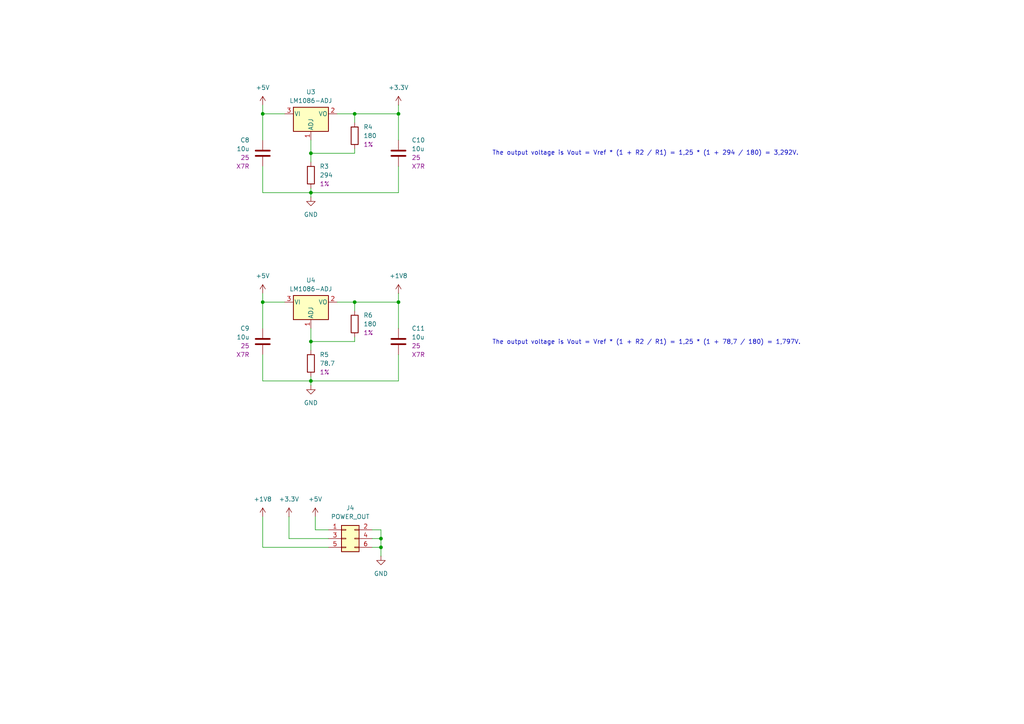
<source format=kicad_sch>
(kicad_sch (version 20250114) (generator "eeschema") (generator_version "9.0")
  (paper "A4")
  (title_block (title "Power supplies") (date "2025-09-02") (rev "1.0") (company "(C) Adrien RICCIARDI"))
  (lib_symbols
    (symbol "Connector_Generic:Conn_02x03_Odd_Even" (pin_names (offset 1.016) (hide yes))
      (property "Reference" "J" (at 1.27 5.08 0))
      (property "Value" "Conn_02x03_Odd_Even" (at 1.27 -5.08 0))
      (symbol "Conn_02x03_Odd_Even_1_1"
        (rectangle (start -1.27 3.81) (end 3.81 -3.81) (stroke (width 0.254)) (fill (type background)))
        (rectangle (start -1.27 2.667) (end 0 2.413) (stroke (width 0.1524)))
        (rectangle (start -1.27 0.127) (end 0 -0.127) (stroke (width 0.1524)))
        (rectangle (start -1.27 -2.413) (end 0 -2.667) (stroke (width 0.1524)))
        (rectangle (start 3.81 2.667) (end 2.54 2.413) (stroke (width 0.1524)))
        (rectangle (start 3.81 0.127) (end 2.54 -0.127) (stroke (width 0.1524)))
        (rectangle (start 3.81 -2.413) (end 2.54 -2.667) (stroke (width 0.1524)))
        (pin passive line (at -5.08 2.54 0) (length 3.81) (name "Pin_1") (number "1"))
        (pin passive line (at -5.08 0 0) (length 3.81) (name "Pin_3") (number "3"))
        (pin passive line (at -5.08 -2.54 0) (length 3.81) (name "Pin_5") (number "5"))
        (pin passive line (at 7.62 2.54 180) (length 3.81) (name "Pin_2") (number "2"))
        (pin passive line (at 7.62 0 180) (length 3.81) (name "Pin_4") (number "4"))
        (pin passive line (at 7.62 -2.54 180) (length 3.81) (name "Pin_6") (number "6"))
      )
    )
    (symbol "Device:C" (pin_numbers (hide yes)) (pin_names (offset 0.254))
      (property "Reference" "C" (at 0.635 2.54 0))
      (property "Value" "C" (at 0.635 -2.54 0))
      (symbol "C_0_1"
        (polyline (pts (xy -2.032 0.762) (xy 2.032 0.762)) (stroke (width 0.508)))
        (polyline (pts (xy -2.032 -0.762) (xy 2.032 -0.762)) (stroke (width 0.508)))
      )
      (symbol "C_1_1"
        (pin passive line (at 0 3.81 270) (length 2.794) (name "~") (number "1"))
        (pin passive line (at 0 -3.81 90) (length 2.794) (name "~") (number "2"))
      )
    )
    (symbol "Device:R" (pin_numbers (hide yes)) (pin_names (offset 0))
      (property "Reference" "R" (at 2.032 0 90))
      (property "Value" "R" (at 0 0 90))
      (symbol "R_0_1"
        (rectangle (start -1.016 -2.54) (end 1.016 2.54) (stroke (width 0.254)))
      )
      (symbol "R_1_1"
        (pin passive line (at 0 3.81 270) (length 1.27) (name "~") (number "1"))
        (pin passive line (at 0 -3.81 90) (length 1.27) (name "~") (number "2"))
      )
    )
    (symbol "Regulator_Linear:LM1085-ADJ" (pin_names (offset 0.254))
      (property "Reference" "U" (at -3.81 3.175 0))
      (property "Value" "LM1085-ADJ" (at 0 3.175 0))
      (symbol "LM1085-ADJ_0_1"
        (rectangle (start -5.08 1.905) (end 5.08 -5.08) (stroke (width 0.254)) (fill (type background)))
      )
      (symbol "LM1085-ADJ_1_1"
        (pin power_in line (at -7.62 0 0) (length 2.54) (name "VI") (number "3"))
        (pin input line (at 0 -7.62 90) (length 2.54) (name "ADJ") (number "1"))
        (pin power_out line (at 7.62 0 180) (length 2.54) (name "VO") (number "2"))
      )
    )
    (symbol "power:+1V8" (power) (pin_numbers (hide yes)) (pin_names (offset 0) (hide yes))
      (property "Value" "+1V8" (at 0 3.556 0))
      (symbol "+1V8_0_1"
        (polyline (pts (xy -0.762 1.27) (xy 0 2.54)))
        (polyline (pts (xy 0 2.54) (xy 0.762 1.27)))
        (polyline (pts (xy 0 0) (xy 0 2.54)))
      )
      (symbol "+1V8_1_1"
        (pin power_in line (at 0 0 90) (length 0) (name "~") (number "1"))
      )
    )
    (symbol "power:+3.3V" (power) (pin_numbers (hide yes)) (pin_names (offset 0) (hide yes))
      (property "Value" "+3.3V" (at 0 3.556 0))
      (symbol "+3.3V_0_1"
        (polyline (pts (xy -0.762 1.27) (xy 0 2.54)))
        (polyline (pts (xy 0 2.54) (xy 0.762 1.27)))
        (polyline (pts (xy 0 0) (xy 0 2.54)))
      )
      (symbol "+3.3V_1_1"
        (pin power_in line (at 0 0 90) (length 0) (name "~") (number "1"))
      )
    )
    (symbol "power:+5V" (power) (pin_numbers (hide yes)) (pin_names (offset 0) (hide yes))
      (property "Value" "+5V" (at 0 3.556 0))
      (symbol "+5V_0_1"
        (polyline (pts (xy -0.762 1.27) (xy 0 2.54)))
        (polyline (pts (xy 0 2.54) (xy 0.762 1.27)))
        (polyline (pts (xy 0 0) (xy 0 2.54)))
      )
      (symbol "+5V_1_1"
        (pin power_in line (at 0 0 90) (length 0) (name "~") (number "1"))
      )
    )
    (symbol "power:GND" (power) (pin_numbers (hide yes)) (pin_names (offset 0) (hide yes))
      (property "Value" "GND" (at 0 -3.81 0))
      (symbol "GND_0_1"
        (polyline (pts (xy 0 0) (xy 0 -1.27) (xy 1.27 -1.27) (xy 0 -2.54) (xy -1.27 -1.27) (xy 0 -1.27)))
      )
      (symbol "GND_1_1"
        (pin power_in line (at 0 0 270) (length 0) (name "~") (number "1"))
      )
    )
  )
  (text "The output voltage is Vout = Vref * (1 + R2 / R1) = 1,25 * (1 + 294 / 180) = 3,292V." (at 142.748 44.45 0) (effects (font (size 1.27 1.27)) (justify left)))
  (text "The output voltage is Vout = Vref * (1 + R2 / R1) = 1,25 * (1 + 78,7 / 180) = 1,797V." (at 142.748 99.314 0) (effects (font (size 1.27 1.27)) (justify left)))
  (junction (at 90.17 44.45))
  (junction (at 90.17 55.88))
  (junction (at 102.87 33.02))
  (junction (at 76.2 33.02))
  (junction (at 90.17 110.49))
  (junction (at 110.49 156.21))
  (junction (at 115.57 33.02))
  (junction (at 115.57 87.63))
  (junction (at 102.87 87.63))
  (junction (at 90.17 99.06))
  (junction (at 110.49 158.75))
  (junction (at 76.2 87.63))
  (wire (pts (xy 102.87 33.02) (xy 102.87 35.56)))
  (wire (pts (xy 102.87 33.02) (xy 115.57 33.02)))
  (wire (pts (xy 115.57 85.09) (xy 115.57 87.63)))
  (wire (pts (xy 90.17 110.49) (xy 115.57 110.49)))
  (wire (pts (xy 90.17 109.22) (xy 90.17 110.49)))
  (wire (pts (xy 90.17 55.88) (xy 115.57 55.88)))
  (wire (pts (xy 115.57 110.49) (xy 115.57 102.87)))
  (wire (pts (xy 76.2 158.75) (xy 95.25 158.75)))
  (wire (pts (xy 110.49 153.67) (xy 110.49 156.21)))
  (wire (pts (xy 90.17 99.06) (xy 90.17 101.6)))
  (wire (pts (xy 90.17 44.45) (xy 102.87 44.45)))
  (wire (pts (xy 83.82 156.21) (xy 95.25 156.21)))
  (wire (pts (xy 90.17 44.45) (xy 90.17 46.99)))
  (wire (pts (xy 107.95 156.21) (xy 110.49 156.21)))
  (wire (pts (xy 115.57 33.02) (xy 115.57 40.64)))
  (wire (pts (xy 90.17 55.88) (xy 90.17 57.15)))
  (wire (pts (xy 76.2 85.09) (xy 76.2 87.63)))
  (wire (pts (xy 90.17 95.25) (xy 90.17 99.06)))
  (wire (pts (xy 110.49 158.75) (xy 110.49 161.29)))
  (wire (pts (xy 102.87 43.18) (xy 102.87 44.45)))
  (wire (pts (xy 107.95 153.67) (xy 110.49 153.67)))
  (wire (pts (xy 83.82 149.86) (xy 83.82 156.21)))
  (wire (pts (xy 90.17 110.49) (xy 90.17 111.76)))
  (wire (pts (xy 90.17 99.06) (xy 102.87 99.06)))
  (wire (pts (xy 90.17 54.61) (xy 90.17 55.88)))
  (wire (pts (xy 91.44 153.67) (xy 95.25 153.67)))
  (wire (pts (xy 76.2 87.63) (xy 76.2 95.25)))
  (wire (pts (xy 76.2 87.63) (xy 82.55 87.63)))
  (wire (pts (xy 76.2 55.88) (xy 90.17 55.88)))
  (wire (pts (xy 76.2 48.26) (xy 76.2 55.88)))
  (wire (pts (xy 76.2 33.02) (xy 82.55 33.02)))
  (wire (pts (xy 76.2 33.02) (xy 76.2 40.64)))
  (wire (pts (xy 102.87 87.63) (xy 102.87 90.17)))
  (wire (pts (xy 76.2 102.87) (xy 76.2 110.49)))
  (wire (pts (xy 110.49 156.21) (xy 110.49 158.75)))
  (wire (pts (xy 90.17 40.64) (xy 90.17 44.45)))
  (wire (pts (xy 76.2 30.48) (xy 76.2 33.02)))
  (wire (pts (xy 115.57 30.48) (xy 115.57 33.02)))
  (wire (pts (xy 91.44 149.86) (xy 91.44 153.67)))
  (wire (pts (xy 102.87 97.79) (xy 102.87 99.06)))
  (wire (pts (xy 115.57 87.63) (xy 115.57 95.25)))
  (wire (pts (xy 102.87 87.63) (xy 115.57 87.63)))
  (wire (pts (xy 97.79 33.02) (xy 102.87 33.02)))
  (wire (pts (xy 76.2 110.49) (xy 90.17 110.49)))
  (wire (pts (xy 76.2 149.86) (xy 76.2 158.75)))
  (wire (pts (xy 107.95 158.75) (xy 110.49 158.75)))
  (wire (pts (xy 115.57 55.88) (xy 115.57 48.26)))
  (wire (pts (xy 97.79 87.63) (xy 102.87 87.63)))
  (symbol (lib_id "Regulator_Linear:LM1085-ADJ") (at 90.17 33.02 0) (unit 1)
    (property "Reference" "U3" (at 90.17 26.67 0))
    (property "Value" "LM1086-ADJ" (at 90.17 29.21 0))
    (property "Footprint" "Package_TO_SOT_SMD:TO-263-3_TabPin2" (effects (hide yes)))
    (property "Datasheet" "http://www.ti.com/lit/ds/symlink/lm1085.pdf" (effects (hide yes)))
    (property "Description" "3A 29V Adjustable Linear Regulator, TO-220 / TO-263 (D2-PAK)" (effects (hide yes)))
  )
  (symbol (lib_id "power:+1V8") (at 115.57 85.09 0) (unit 1)
    (property "Reference" "#PWR016" (effects (hide yes)))
    (property "Value" "+1V8" (at 115.57 80.01 0))
    (property "Description" "Power symbol creates a global label with name \"+1V8\"" (effects (hide yes)))
  )
  (symbol (lib_id "power:+5V") (at 91.44 149.86 0) (unit 1)
    (property "Reference" "#PWR037" (effects (hide yes)))
    (property "Value" "+5V" (at 91.44 144.78 0))
    (property "Description" "Power symbol creates a global label with name \"+5V\"" (effects (hide yes)))
  )
  (symbol (lib_id "power:GND") (at 110.49 161.29 0) (unit 1)
    (property "Reference" "#PWR035" (effects (hide yes)))
    (property "Value" "GND" (at 110.49 166.37 0))
    (property "Description" "Power symbol creates a global label with name \"GND\" , ground" (effects (hide yes)))
  )
  (symbol (lib_id "Regulator_Linear:LM1085-ADJ") (at 90.17 87.63 0) (unit 1)
    (property "Reference" "U4" (at 90.17 81.28 0))
    (property "Value" "LM1086-ADJ" (at 90.17 83.82 0))
    (property "Footprint" "Package_TO_SOT_SMD:TO-263-3_TabPin2" (effects (hide yes)))
    (property "Datasheet" "http://www.ti.com/lit/ds/symlink/lm1085.pdf" (effects (hide yes)))
    (property "Description" "3A 29V Adjustable Linear Regulator, TO-220 / TO-263 (D2-PAK)" (effects (hide yes)))
  )
  (symbol (lib_id "power:+5V") (at 76.2 85.09 0) (unit 1)
    (property "Reference" "#PWR014" (effects (hide yes)))
    (property "Value" "+5V" (at 76.2 80.01 0))
    (property "Description" "Power symbol creates a global label with name \"+5V\"" (effects (hide yes)))
  )
  (symbol (lib_id "Device:C") (at 115.57 99.06 0) (unit 1)
    (property "Reference" "C11" (at 119.38 95.2499 0) (effects (justify left)))
    (property "Value" "10u" (at 119.38 97.7899 0) (effects (justify left)))
    (property "Footprint" "Capacitor_SMD:C_0805_2012Metric_Pad1.18x1.45mm_HandSolder" (effects (hide yes)))
    (property "Description" "Unpolarized capacitor" (effects (hide yes)))
    (property "Value2" "25" (at 119.38 100.3299 0) (effects (justify left)))
    (property "Value3" "X7R" (at 119.38 102.8699 0) (effects (justify left)))
  )
  (symbol (lib_id "Device:C") (at 76.2 99.06 0) (unit 1)
    (property "Reference" "C9" (at 72.39 95.2499 0) (effects (justify right)))
    (property "Value" "10u" (at 72.39 97.7899 0) (effects (justify right)))
    (property "Footprint" "Capacitor_SMD:C_0805_2012Metric_Pad1.18x1.45mm_HandSolder" (effects (hide yes)))
    (property "Description" "Unpolarized capacitor" (effects (hide yes)))
    (property "Value2" "25" (at 72.39 100.3299 0) (effects (justify right)))
    (property "Value3" "X7R" (at 72.39 102.8699 0) (effects (justify right)))
  )
  (symbol (lib_id "power:+1V8") (at 76.2 149.86 0) (unit 1)
    (property "Reference" "#PWR036" (effects (hide yes)))
    (property "Value" "+1V8" (at 76.2 144.78 0))
    (property "Description" "Power symbol creates a global label with name \"+1V8\"" (effects (hide yes)))
  )
  (symbol (lib_id "Device:C") (at 115.57 44.45 0) (unit 1)
    (property "Reference" "C10" (at 119.38 40.6399 0) (effects (justify left)))
    (property "Value" "10u" (at 119.38 43.1799 0) (effects (justify left)))
    (property "Footprint" "Capacitor_SMD:C_0805_2012Metric_Pad1.18x1.45mm_HandSolder" (effects (hide yes)))
    (property "Description" "Unpolarized capacitor" (effects (hide yes)))
    (property "Value2" "25" (at 119.38 45.7199 0) (effects (justify left)))
    (property "Value3" "X7R" (at 119.38 48.2599 0) (effects (justify left)))
  )
  (symbol (lib_id "power:GND") (at 90.17 111.76 0) (unit 1)
    (property "Reference" "#PWR015" (effects (hide yes)))
    (property "Value" "GND" (at 90.17 116.84 0))
    (property "Description" "Power symbol creates a global label with name \"GND\" , ground" (effects (hide yes)))
  )
  (symbol (lib_id "power:GND") (at 90.17 57.15 0) (unit 1)
    (property "Reference" "#PWR010" (effects (hide yes)))
    (property "Value" "GND" (at 90.17 62.23 0))
    (property "Description" "Power symbol creates a global label with name \"GND\" , ground" (effects (hide yes)))
  )
  (symbol (lib_id "power:+3.3V") (at 83.82 149.86 0) (unit 1)
    (property "Reference" "#PWR040" (effects (hide yes)))
    (property "Value" "+3.3V" (at 83.82 144.78 0))
    (property "Description" "Power symbol creates a global label with name \"+3.3V\"" (effects (hide yes)))
  )
  (symbol (lib_id "power:+3.3V") (at 115.57 30.48 0) (unit 1)
    (property "Reference" "#PWR013" (effects (hide yes)))
    (property "Value" "+3.3V" (at 115.57 25.4 0))
    (property "Description" "Power symbol creates a global label with name \"+3.3V\"" (effects (hide yes)))
  )
  (symbol (lib_id "power:+5V") (at 76.2 30.48 0) (unit 1)
    (property "Reference" "#PWR011" (effects (hide yes)))
    (property "Value" "+5V" (at 76.2 25.4 0))
    (property "Description" "Power symbol creates a global label with name \"+5V\"" (effects (hide yes)))
  )
  (symbol (lib_id "Device:R") (at 90.17 50.8 180) (unit 1)
    (property "Reference" "R3" (at 92.71 48.2599 0) (effects (justify right)))
    (property "Value" "294" (at 92.71 50.7999 0) (effects (justify right)))
    (property "Footprint" "Resistor_SMD:R_0603_1608Metric_Pad0.98x0.95mm_HandSolder" (effects (hide yes)))
    (property "Value2" "1%" (at 92.71 53.3399 0) (effects (justify right)))
  )
  (symbol (lib_id "Device:R") (at 102.87 93.98 180) (unit 1)
    (property "Reference" "R6" (at 105.41 91.4399 0) (effects (justify right)))
    (property "Value" "180" (at 105.41 93.9799 0) (effects (justify right)))
    (property "Footprint" "Resistor_SMD:R_0603_1608Metric_Pad0.98x0.95mm_HandSolder" (effects (hide yes)))
    (property "Value2" "1%" (at 105.41 96.5199 0) (effects (justify right)))
  )
  (symbol (lib_id "Device:C") (at 76.2 44.45 0) (unit 1)
    (property "Reference" "C8" (at 72.39 40.6399 0) (effects (justify right)))
    (property "Value" "10u" (at 72.39 43.1799 0) (effects (justify right)))
    (property "Footprint" "Capacitor_SMD:C_0805_2012Metric_Pad1.18x1.45mm_HandSolder" (effects (hide yes)))
    (property "Description" "Unpolarized capacitor" (effects (hide yes)))
    (property "Value2" "25" (at 72.39 45.7199 0) (effects (justify right)))
    (property "Value3" "X7R" (at 72.39 48.2599 0) (effects (justify right)))
  )
  (symbol (lib_id "Device:R") (at 90.17 105.41 180) (unit 1)
    (property "Reference" "R5" (at 92.71 102.8699 0) (effects (justify right)))
    (property "Value" "78.7" (at 92.71 105.4099 0) (effects (justify right)))
    (property "Footprint" "Resistor_SMD:R_0603_1608Metric_Pad0.98x0.95mm_HandSolder" (effects (hide yes)))
    (property "Value2" "1%" (at 92.71 107.9499 0) (effects (justify right)))
  )
  (symbol (lib_id "Device:R") (at 102.87 39.37 180) (unit 1)
    (property "Reference" "R4" (at 105.41 36.8299 0) (effects (justify right)))
    (property "Value" "180" (at 105.41 39.3699 0) (effects (justify right)))
    (property "Footprint" "Resistor_SMD:R_0603_1608Metric_Pad0.98x0.95mm_HandSolder" (effects (hide yes)))
    (property "Value2" "1%" (at 105.41 41.9099 0) (effects (justify right)))
  )
  (symbol (lib_id "Connector_Generic:Conn_02x03_Odd_Even") (at 100.33 156.21 0) (unit 1)
    (property "Reference" "J4" (at 101.6 147.32 0))
    (property "Value" "POWER_OUT" (at 101.6 149.86 0))
    (property "Footprint" "Connector_PinHeader_2.54mm:PinHeader_2x03_P2.54mm_Horizontal" (effects (hide yes)))
    (property "Description" "Generic connector, double row, 02x03, odd/even pin numbering scheme (row 1 odd numbers, row 2 even numbers), script generated (kicad-library-utils/schlib/autogen/connector/)" (effects (hide yes)))
  )
)
</source>
